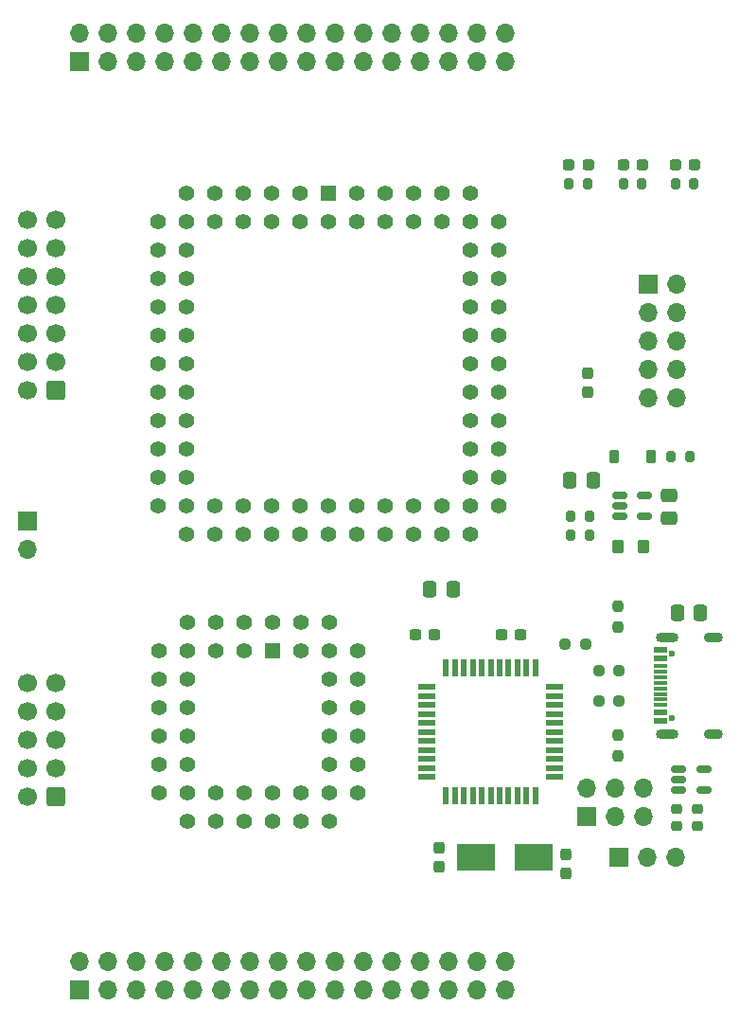
<source format=gbr>
%TF.GenerationSoftware,KiCad,Pcbnew,7.0.9*%
%TF.CreationDate,2024-04-25T21:51:33+01:00*%
%TF.ProjectId,ATF15xxProgBoard,41544631-3578-4785-9072-6f67426f6172,2*%
%TF.SameCoordinates,Original*%
%TF.FileFunction,Soldermask,Top*%
%TF.FilePolarity,Negative*%
%FSLAX46Y46*%
G04 Gerber Fmt 4.6, Leading zero omitted, Abs format (unit mm)*
G04 Created by KiCad (PCBNEW 7.0.9) date 2024-04-25 21:51:33*
%MOMM*%
%LPD*%
G01*
G04 APERTURE LIST*
G04 Aperture macros list*
%AMRoundRect*
0 Rectangle with rounded corners*
0 $1 Rounding radius*
0 $2 $3 $4 $5 $6 $7 $8 $9 X,Y pos of 4 corners*
0 Add a 4 corners polygon primitive as box body*
4,1,4,$2,$3,$4,$5,$6,$7,$8,$9,$2,$3,0*
0 Add four circle primitives for the rounded corners*
1,1,$1+$1,$2,$3*
1,1,$1+$1,$4,$5*
1,1,$1+$1,$6,$7*
1,1,$1+$1,$8,$9*
0 Add four rect primitives between the rounded corners*
20,1,$1+$1,$2,$3,$4,$5,0*
20,1,$1+$1,$4,$5,$6,$7,0*
20,1,$1+$1,$6,$7,$8,$9,0*
20,1,$1+$1,$8,$9,$2,$3,0*%
G04 Aperture macros list end*
%ADD10R,1.422400X1.422400*%
%ADD11C,1.422400*%
%ADD12RoundRect,0.150000X-0.512500X-0.150000X0.512500X-0.150000X0.512500X0.150000X-0.512500X0.150000X0*%
%ADD13RoundRect,0.237500X0.237500X-0.300000X0.237500X0.300000X-0.237500X0.300000X-0.237500X-0.300000X0*%
%ADD14RoundRect,0.225000X-0.225000X-0.375000X0.225000X-0.375000X0.225000X0.375000X-0.225000X0.375000X0*%
%ADD15RoundRect,0.200000X0.200000X0.275000X-0.200000X0.275000X-0.200000X-0.275000X0.200000X-0.275000X0*%
%ADD16RoundRect,0.237500X-0.237500X0.250000X-0.237500X-0.250000X0.237500X-0.250000X0.237500X0.250000X0*%
%ADD17R,1.700000X1.700000*%
%ADD18O,1.700000X1.700000*%
%ADD19RoundRect,0.250000X-0.337500X-0.475000X0.337500X-0.475000X0.337500X0.475000X-0.337500X0.475000X0*%
%ADD20RoundRect,0.250000X0.600000X0.600000X-0.600000X0.600000X-0.600000X-0.600000X0.600000X-0.600000X0*%
%ADD21C,1.700000*%
%ADD22RoundRect,0.237500X-0.287500X-0.237500X0.287500X-0.237500X0.287500X0.237500X-0.287500X0.237500X0*%
%ADD23RoundRect,0.225000X-0.250000X0.225000X-0.250000X-0.225000X0.250000X-0.225000X0.250000X0.225000X0*%
%ADD24RoundRect,0.200000X-0.200000X-0.275000X0.200000X-0.275000X0.200000X0.275000X-0.200000X0.275000X0*%
%ADD25C,0.600000*%
%ADD26R,1.160000X0.600000*%
%ADD27R,1.160000X0.300000*%
%ADD28O,2.000000X0.900000*%
%ADD29O,1.700000X0.900000*%
%ADD30R,3.500000X2.400000*%
%ADD31R,1.500000X0.550000*%
%ADD32R,0.550000X1.500000*%
%ADD33RoundRect,0.237500X-0.300000X-0.237500X0.300000X-0.237500X0.300000X0.237500X-0.300000X0.237500X0*%
%ADD34RoundRect,0.237500X-0.250000X-0.237500X0.250000X-0.237500X0.250000X0.237500X-0.250000X0.237500X0*%
%ADD35RoundRect,0.250000X-0.475000X0.337500X-0.475000X-0.337500X0.475000X-0.337500X0.475000X0.337500X0*%
%ADD36RoundRect,0.237500X0.300000X0.237500X-0.300000X0.237500X-0.300000X-0.237500X0.300000X-0.237500X0*%
%ADD37RoundRect,0.250000X-0.275000X-0.350000X0.275000X-0.350000X0.275000X0.350000X-0.275000X0.350000X0*%
%ADD38RoundRect,0.237500X0.237500X-0.250000X0.237500X0.250000X-0.237500X0.250000X-0.237500X-0.250000X0*%
%ADD39RoundRect,0.237500X0.250000X0.237500X-0.250000X0.237500X-0.250000X-0.237500X0.250000X-0.237500X0*%
G04 APERTURE END LIST*
D10*
%TO.C,U1*%
X133710000Y-108120000D03*
D11*
X131170000Y-105580000D03*
X131170000Y-108120000D03*
X128630000Y-105580000D03*
X128630000Y-108120000D03*
X126090000Y-105580000D03*
X123550000Y-108120000D03*
X126090000Y-108120000D03*
X123550000Y-110660000D03*
X126090000Y-110660000D03*
X123550000Y-113200000D03*
X126090000Y-113200000D03*
X123550000Y-115740000D03*
X126090000Y-115740000D03*
X123550000Y-118280000D03*
X126090000Y-118280000D03*
X123550000Y-120820000D03*
X126090000Y-123360000D03*
X126090000Y-120820000D03*
X128630000Y-123360000D03*
X128630000Y-120820000D03*
X131170000Y-123360000D03*
X131170000Y-120820000D03*
X133710000Y-123360000D03*
X133710000Y-120820000D03*
X136250000Y-123360000D03*
X136250000Y-120820000D03*
X138790000Y-123360000D03*
X141330000Y-120820000D03*
X138790000Y-120820000D03*
X141330000Y-118280000D03*
X138790000Y-118280000D03*
X141330000Y-115740000D03*
X138790000Y-115740000D03*
X141330000Y-113200000D03*
X138790000Y-113200000D03*
X141330000Y-110660000D03*
X138790000Y-110660000D03*
X141330000Y-108120000D03*
X138790000Y-105580000D03*
X138790000Y-108120000D03*
X136250000Y-105580000D03*
X136250000Y-108120000D03*
X133710000Y-105580000D03*
%TD*%
D12*
%TO.C,U5*%
X170064000Y-118668800D03*
X170064000Y-119618800D03*
X170064000Y-120568800D03*
X172339000Y-120568800D03*
X172339000Y-118668800D03*
%TD*%
D10*
%TO.C,U2*%
X138690000Y-67260000D03*
D11*
X138690000Y-69800000D03*
X136150000Y-67260000D03*
X136150000Y-69800000D03*
X133610000Y-67260000D03*
X133610000Y-69800000D03*
X131070000Y-67260000D03*
X131070000Y-69800000D03*
X128530000Y-67260000D03*
X128530000Y-69800000D03*
X125990000Y-67260000D03*
X123450000Y-69800000D03*
X125990000Y-69800000D03*
X123450000Y-72340000D03*
X125990000Y-72340000D03*
X123450000Y-74880000D03*
X125990000Y-74880000D03*
X123450000Y-77420000D03*
X125990000Y-77420000D03*
X123450000Y-79960000D03*
X125990000Y-79960000D03*
X123450000Y-82500000D03*
X125990000Y-82500000D03*
X123450000Y-85040000D03*
X125990000Y-85040000D03*
X123450000Y-87580000D03*
X125990000Y-87580000D03*
X123450000Y-90120000D03*
X125990000Y-90120000D03*
X123450000Y-92660000D03*
X125990000Y-92660000D03*
X123450000Y-95200000D03*
X125990000Y-97740000D03*
X125990000Y-95200000D03*
X128530000Y-97740000D03*
X128530000Y-95200000D03*
X131070000Y-97740000D03*
X131070000Y-95200000D03*
X133610000Y-97740000D03*
X133610000Y-95200000D03*
X136150000Y-97740000D03*
X136150000Y-95200000D03*
X138690000Y-97740000D03*
X138690000Y-95200000D03*
X141230000Y-97740000D03*
X141230000Y-95200000D03*
X143770000Y-97740000D03*
X143770000Y-95200000D03*
X146310000Y-97740000D03*
X146310000Y-95200000D03*
X148850000Y-97740000D03*
X148850000Y-95200000D03*
X151390000Y-97740000D03*
X153930000Y-95200000D03*
X151390000Y-95200000D03*
X153930000Y-92660000D03*
X151390000Y-92660000D03*
X153930000Y-90120000D03*
X151390000Y-90120000D03*
X153930000Y-87580000D03*
X151390000Y-87580000D03*
X153930000Y-85040000D03*
X151390000Y-85040000D03*
X153930000Y-82500000D03*
X151390000Y-82500000D03*
X153930000Y-79960000D03*
X151390000Y-79960000D03*
X153930000Y-77420000D03*
X151390000Y-77420000D03*
X153930000Y-74880000D03*
X151390000Y-74880000D03*
X153930000Y-72340000D03*
X151390000Y-72340000D03*
X153930000Y-69800000D03*
X151390000Y-67260000D03*
X151390000Y-69800000D03*
X148850000Y-67260000D03*
X148850000Y-69800000D03*
X146310000Y-67260000D03*
X146310000Y-69800000D03*
X143770000Y-67260000D03*
X143770000Y-69800000D03*
X141230000Y-67260000D03*
X141230000Y-69800000D03*
%TD*%
D13*
%TO.C,C3*%
X161874200Y-85011600D03*
X161874200Y-83286600D03*
%TD*%
D14*
%TO.C,D1*%
X164262900Y-90805000D03*
X167562900Y-90805000D03*
%TD*%
D15*
%TO.C,R3*%
X166771032Y-66421000D03*
X165121032Y-66421000D03*
%TD*%
D16*
%TO.C,R5*%
X164642800Y-115673500D03*
X164642800Y-117498500D03*
%TD*%
D17*
%TO.C,J6*%
X116450000Y-138450000D03*
D18*
X116450000Y-135910000D03*
X118990000Y-138450000D03*
X118990000Y-135910000D03*
X121530000Y-138450000D03*
X121530000Y-135910000D03*
X124070000Y-138450000D03*
X124070000Y-135910000D03*
X126610000Y-138450000D03*
X126610000Y-135910000D03*
X129150000Y-138450000D03*
X129150000Y-135910000D03*
X131690000Y-138450000D03*
X131690000Y-135910000D03*
X134230000Y-138450000D03*
X134230000Y-135910000D03*
X136770000Y-138450000D03*
X136770000Y-135910000D03*
X139310000Y-138450000D03*
X139310000Y-135910000D03*
X141850000Y-138450000D03*
X141850000Y-135910000D03*
X144390000Y-138450000D03*
X144390000Y-135910000D03*
X146930000Y-138450000D03*
X146930000Y-135910000D03*
X149470000Y-138450000D03*
X149470000Y-135910000D03*
X152010000Y-138450000D03*
X152010000Y-135910000D03*
X154550000Y-138450000D03*
X154550000Y-135910000D03*
%TD*%
D19*
%TO.C,C2*%
X160328700Y-92862400D03*
X162403700Y-92862400D03*
%TD*%
D20*
%TO.C,J2*%
X114300000Y-84840000D03*
D21*
X111760000Y-84840000D03*
X114300000Y-82300000D03*
X111760000Y-82300000D03*
X114300000Y-79760000D03*
X111760000Y-79760000D03*
X114300000Y-77220000D03*
X111760000Y-77220000D03*
X114300000Y-74680000D03*
X111760000Y-74680000D03*
X114300000Y-72140000D03*
X111760000Y-72140000D03*
X114300000Y-69600000D03*
X111760000Y-69600000D03*
%TD*%
D22*
%TO.C,LED1*%
X160208900Y-64693800D03*
X161958900Y-64693800D03*
%TD*%
D17*
%TO.C,J7*%
X116450000Y-55470000D03*
D18*
X116450000Y-52930000D03*
X118990000Y-55470000D03*
X118990000Y-52930000D03*
X121530000Y-55470000D03*
X121530000Y-52930000D03*
X124070000Y-55470000D03*
X124070000Y-52930000D03*
X126610000Y-55470000D03*
X126610000Y-52930000D03*
X129150000Y-55470000D03*
X129150000Y-52930000D03*
X131690000Y-55470000D03*
X131690000Y-52930000D03*
X134230000Y-55470000D03*
X134230000Y-52930000D03*
X136770000Y-55470000D03*
X136770000Y-52930000D03*
X139310000Y-55470000D03*
X139310000Y-52930000D03*
X141850000Y-55470000D03*
X141850000Y-52930000D03*
X144390000Y-55470000D03*
X144390000Y-52930000D03*
X146930000Y-55470000D03*
X146930000Y-52930000D03*
X149470000Y-55470000D03*
X149470000Y-52930000D03*
X152010000Y-55470000D03*
X152010000Y-52930000D03*
X154550000Y-55470000D03*
X154550000Y-52930000D03*
%TD*%
D17*
%TO.C,J10*%
X161848800Y-122910600D03*
D18*
X161848800Y-120370600D03*
X164388800Y-122910600D03*
X164388800Y-120370600D03*
X166928800Y-122910600D03*
X166928800Y-120370600D03*
%TD*%
D17*
%TO.C,JP2*%
X164708600Y-126593600D03*
D18*
X167248600Y-126593600D03*
X169788600Y-126593600D03*
%TD*%
D23*
%TO.C,C10*%
X169879800Y-122262600D03*
X169879800Y-123812600D03*
%TD*%
D24*
%TO.C,R10*%
X160388800Y-96139000D03*
X162038800Y-96139000D03*
%TD*%
D23*
%TO.C,C11*%
X171704000Y-122262600D03*
X171704000Y-123812600D03*
%TD*%
D24*
%TO.C,R1*%
X160236400Y-66421000D03*
X161886400Y-66421000D03*
%TD*%
D25*
%TO.C,J9*%
X169461800Y-114118600D03*
X169461800Y-108338600D03*
D26*
X168401800Y-114428600D03*
X168401800Y-113628600D03*
D27*
X168401800Y-112478600D03*
X168401800Y-111478600D03*
X168401800Y-110978600D03*
X168401800Y-109978600D03*
D26*
X168401800Y-108828600D03*
X168401800Y-108028600D03*
X168401800Y-108028600D03*
X168401800Y-108828600D03*
D27*
X168401800Y-109478600D03*
X168401800Y-110478600D03*
X168401800Y-111978600D03*
X168401800Y-112978600D03*
D26*
X168401800Y-113628600D03*
X168401800Y-114428600D03*
D28*
X168981800Y-115548600D03*
D29*
X173151800Y-115548600D03*
D28*
X168981800Y-106908600D03*
D29*
X173151800Y-106908600D03*
%TD*%
D30*
%TO.C,Y1*%
X157095500Y-126619000D03*
X151895500Y-126619000D03*
%TD*%
D31*
%TO.C,U3*%
X147538200Y-111379400D03*
X147538200Y-112179400D03*
X147538200Y-112979400D03*
X147538200Y-113779400D03*
X147538200Y-114579400D03*
X147538200Y-115379400D03*
X147538200Y-116179400D03*
X147538200Y-116979400D03*
X147538200Y-117779400D03*
X147538200Y-118579400D03*
X147538200Y-119379400D03*
D32*
X149238200Y-121079400D03*
X150038200Y-121079400D03*
X150838200Y-121079400D03*
X151638200Y-121079400D03*
X152438200Y-121079400D03*
X153238200Y-121079400D03*
X154038200Y-121079400D03*
X154838200Y-121079400D03*
X155638200Y-121079400D03*
X156438200Y-121079400D03*
X157238200Y-121079400D03*
D31*
X158938200Y-119379400D03*
X158938200Y-118579400D03*
X158938200Y-117779400D03*
X158938200Y-116979400D03*
X158938200Y-116179400D03*
X158938200Y-115379400D03*
X158938200Y-114579400D03*
X158938200Y-113779400D03*
X158938200Y-112979400D03*
X158938200Y-112179400D03*
X158938200Y-111379400D03*
D32*
X157238200Y-109679400D03*
X156438200Y-109679400D03*
X155638200Y-109679400D03*
X154838200Y-109679400D03*
X154038200Y-109679400D03*
X153238200Y-109679400D03*
X152438200Y-109679400D03*
X151638200Y-109679400D03*
X150838200Y-109679400D03*
X150038200Y-109679400D03*
X149238200Y-109679400D03*
%TD*%
D33*
%TO.C,C4*%
X146497500Y-106680000D03*
X148222500Y-106680000D03*
%TD*%
D17*
%TO.C,J8*%
X167370000Y-75360000D03*
D18*
X169910000Y-75360000D03*
X167370000Y-77900000D03*
X169910000Y-77900000D03*
X167370000Y-80440000D03*
X169910000Y-80440000D03*
X167370000Y-82980000D03*
X169910000Y-82980000D03*
X167370000Y-85520000D03*
X169910000Y-85520000D03*
%TD*%
D19*
%TO.C,C9*%
X147781100Y-102590600D03*
X149856100Y-102590600D03*
%TD*%
D34*
%TO.C,R7*%
X162917500Y-112572800D03*
X164742500Y-112572800D03*
%TD*%
%TO.C,R6*%
X162917500Y-109876800D03*
X164742500Y-109876800D03*
%TD*%
D15*
%TO.C,R11*%
X162038800Y-97764600D03*
X160388800Y-97764600D03*
%TD*%
D13*
%TO.C,C8*%
X148640800Y-127460000D03*
X148640800Y-125735000D03*
%TD*%
D35*
%TO.C,C1*%
X169189400Y-94234000D03*
X169189400Y-96309000D03*
%TD*%
D36*
%TO.C,C5*%
X155940300Y-106680000D03*
X154215300Y-106680000D03*
%TD*%
D17*
%TO.C,JP1*%
X111760000Y-96520000D03*
D18*
X111760000Y-99060000D03*
%TD*%
D37*
%TO.C,L1*%
X164610400Y-98780600D03*
X166910400Y-98780600D03*
%TD*%
D15*
%TO.C,R9*%
X171425950Y-66421000D03*
X169775950Y-66421000D03*
%TD*%
D22*
%TO.C,LED2*%
X165093532Y-64693800D03*
X166843532Y-64693800D03*
%TD*%
D12*
%TO.C,U4*%
X164752900Y-94230600D03*
X164752900Y-95180600D03*
X164752900Y-96130600D03*
X167027900Y-96130600D03*
X167027900Y-94230600D03*
%TD*%
D38*
%TO.C,R4*%
X164642800Y-105992300D03*
X164642800Y-104167300D03*
%TD*%
D13*
%TO.C,C7*%
X159989400Y-128016000D03*
X159989400Y-126291000D03*
%TD*%
D15*
%TO.C,R12*%
X171018200Y-90805000D03*
X169368200Y-90805000D03*
%TD*%
D20*
%TO.C,J1*%
X114300000Y-121120000D03*
D21*
X111760000Y-121120000D03*
X114300000Y-118580000D03*
X111760000Y-118580000D03*
X114300000Y-116040000D03*
X111760000Y-116040000D03*
X114300000Y-113500000D03*
X111760000Y-113500000D03*
X114300000Y-110960000D03*
X111760000Y-110960000D03*
%TD*%
D19*
%TO.C,C6*%
X169929900Y-104698800D03*
X172004900Y-104698800D03*
%TD*%
D39*
%TO.C,R8*%
X161745300Y-107492800D03*
X159920300Y-107492800D03*
%TD*%
D22*
%TO.C,LED3*%
X169748450Y-64693800D03*
X171498450Y-64693800D03*
%TD*%
M02*

</source>
